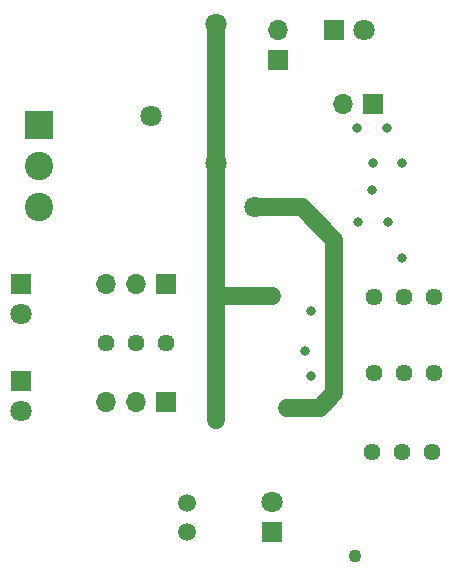
<source format=gbr>
%TF.GenerationSoftware,KiCad,Pcbnew,7.0.11-7.0.11~ubuntu22.04.1*%
%TF.CreationDate,2024-03-09T07:06:09+01:00*%
%TF.ProjectId,elcirc2024,656c6369-7263-4323-9032-342e6b696361,rev?*%
%TF.SameCoordinates,Original*%
%TF.FileFunction,Copper,L2,Inr*%
%TF.FilePolarity,Positive*%
%FSLAX46Y46*%
G04 Gerber Fmt 4.6, Leading zero omitted, Abs format (unit mm)*
G04 Created by KiCad (PCBNEW 7.0.11-7.0.11~ubuntu22.04.1) date 2024-03-09 07:06:09*
%MOMM*%
%LPD*%
G01*
G04 APERTURE LIST*
%TA.AperFunction,ComponentPad*%
%ADD10R,1.800000X1.800000*%
%TD*%
%TA.AperFunction,ComponentPad*%
%ADD11C,1.800000*%
%TD*%
%TA.AperFunction,ComponentPad*%
%ADD12C,1.500000*%
%TD*%
%TA.AperFunction,ComponentPad*%
%ADD13C,1.440000*%
%TD*%
%TA.AperFunction,ComponentPad*%
%ADD14R,1.700000X1.700000*%
%TD*%
%TA.AperFunction,ComponentPad*%
%ADD15O,1.700000X1.700000*%
%TD*%
%TA.AperFunction,ComponentPad*%
%ADD16R,2.400000X2.400000*%
%TD*%
%TA.AperFunction,ComponentPad*%
%ADD17C,2.400000*%
%TD*%
%TA.AperFunction,ViaPad*%
%ADD18C,1.800000*%
%TD*%
%TA.AperFunction,ViaPad*%
%ADD19C,0.800000*%
%TD*%
%TA.AperFunction,ViaPad*%
%ADD20C,1.100000*%
%TD*%
%TA.AperFunction,Conductor*%
%ADD21C,1.500000*%
%TD*%
G04 APERTURE END LIST*
D10*
%TO.N,Net-(LED1-K)*%
%TO.C,LED1*%
X100000000Y-100525000D03*
D11*
%TO.N,Net-(JP3-A)*%
X100000000Y-97985000D03*
%TD*%
D12*
%TO.N,Net-(JP1-A)*%
%TO.C,PHR1*%
X92750000Y-98000000D03*
%TO.N,GNDREF*%
X92750000Y-100500000D03*
%TD*%
D10*
%TO.N,Net-(J2-Pin_1)*%
%TO.C,J2*%
X105230000Y-58000000D03*
D11*
%TO.N,GNDREF*%
X107770000Y-58000000D03*
%TD*%
D13*
%TO.N,Net-(U2D--)*%
%TO.C,TR3*%
X113657500Y-87010000D03*
%TO.N,Net-(C9-Pad1)*%
X111117500Y-87010000D03*
X108577500Y-87010000D03*
%TD*%
D14*
%TO.N,Net-(JP3-A)*%
%TO.C,JP3*%
X100500000Y-60525000D03*
D15*
%TO.N,Net-(J2-Pin_1)*%
X100500000Y-57985000D03*
%TD*%
D10*
%TO.N,Net-(J4-Pin_1)*%
%TO.C,J4*%
X78750000Y-87710000D03*
D11*
%TO.N,GNDREF*%
X78750000Y-90250000D03*
%TD*%
D14*
%TO.N,Net-(JP2-A)*%
%TO.C,JP2*%
X91025000Y-79500000D03*
D15*
%TO.N,Net-(JP2-C)*%
X88485000Y-79500000D03*
%TO.N,Net-(J3-Pin_1)*%
X85945000Y-79500000D03*
%TD*%
D14*
%TO.N,Net-(JP1-A)*%
%TO.C,JP1*%
X91000000Y-89500000D03*
D15*
%TO.N,Net-(JP1-C)*%
X88460000Y-89500000D03*
%TO.N,Net-(J4-Pin_1)*%
X85920000Y-89500000D03*
%TD*%
D16*
%TO.N,+12V*%
%TO.C,J1*%
X80250000Y-66000000D03*
D17*
%TO.N,GNDREF*%
X80250000Y-69500000D03*
%TO.N,-12V*%
X80250000Y-73000000D03*
%TD*%
D10*
%TO.N,Net-(J3-Pin_1)*%
%TO.C,J3*%
X78750000Y-79460000D03*
D11*
%TO.N,GNDREF*%
X78750000Y-82000000D03*
%TD*%
D13*
%TO.N,Net-(U2C--)*%
%TO.C,TR2*%
X113657500Y-80560000D03*
%TO.N,Net-(C9-Pad1)*%
X111117500Y-80560000D03*
X108577500Y-80560000D03*
%TD*%
%TO.N,GNDREF*%
%TO.C,TR4*%
X85950000Y-84500000D03*
X88490000Y-84500000D03*
%TO.N,Net-(JP2-A)*%
X91030000Y-84500000D03*
%TD*%
%TO.N,Net-(R8-Pad1)*%
%TO.C,TR1*%
X113550000Y-93750000D03*
%TO.N,Net-(U2A--)*%
X111010000Y-93750000D03*
X108470000Y-93750000D03*
%TD*%
D14*
%TO.N,Net-(JP4-A)*%
%TO.C,JP4*%
X108525000Y-64250000D03*
D15*
%TO.N,Net-(JP4-B)*%
X105985000Y-64250000D03*
%TD*%
D18*
%TO.N,+12V*%
X95250000Y-69250000D03*
X95250000Y-57500000D03*
D19*
X108500000Y-69250000D03*
X100000000Y-80500000D03*
X96500000Y-80500000D03*
X95250000Y-91000000D03*
%TO.N,GNDREF*%
X103250000Y-87250000D03*
X107192500Y-66307500D03*
D20*
X107000000Y-102500000D03*
D19*
X102750000Y-85135000D03*
X109750000Y-74250000D03*
X103250000Y-81750000D03*
X107250000Y-74250000D03*
X109732500Y-66267500D03*
D18*
X89750000Y-65250000D03*
%TO.N,-12V*%
X98500000Y-73000000D03*
D19*
X108462500Y-71537500D03*
X101250000Y-90000000D03*
%TO.N,Net-(U2D--)*%
X111000000Y-77250000D03*
%TO.N,Net-(U2A--)*%
X111000000Y-69250000D03*
%TD*%
D21*
%TO.N,+12V*%
X100000000Y-80500000D02*
X95250000Y-80500000D01*
X95250000Y-80500000D02*
X95250000Y-91000000D01*
X95250000Y-80500000D02*
X95250000Y-57500000D01*
%TO.N,-12V*%
X105250000Y-75750000D02*
X105250000Y-88750000D01*
X105250000Y-88750000D02*
X104000000Y-90000000D01*
X102500000Y-73000000D02*
X105250000Y-75750000D01*
X104000000Y-90000000D02*
X101250000Y-90000000D01*
X98500000Y-73000000D02*
X102500000Y-73000000D01*
%TD*%
M02*

</source>
